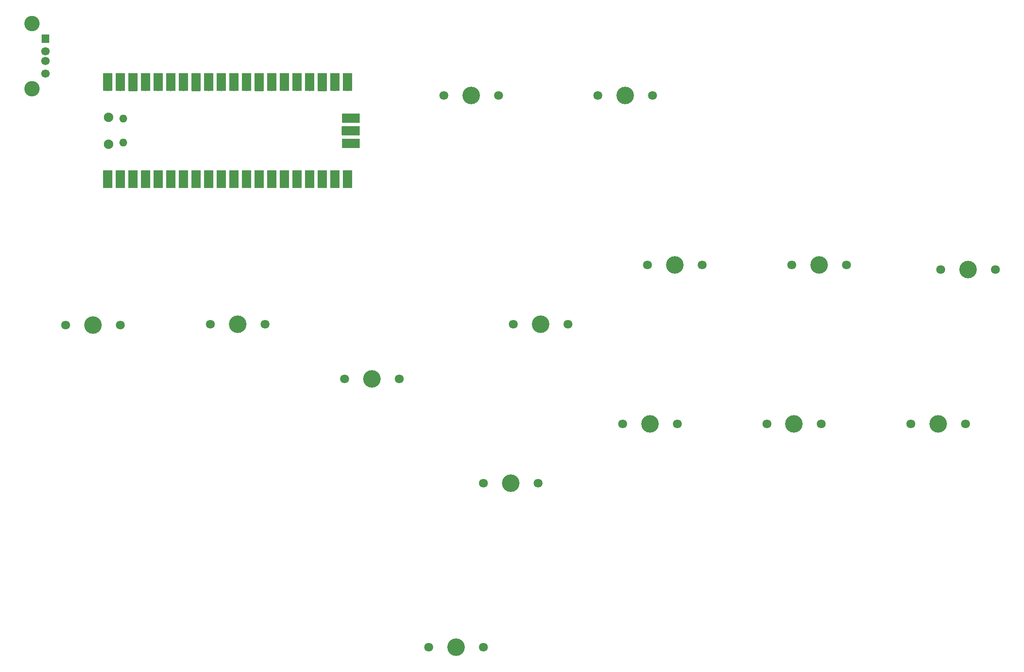
<source format=gbr>
%TF.GenerationSoftware,KiCad,Pcbnew,8.0.5*%
%TF.CreationDate,2024-12-27T20:29:11-05:00*%
%TF.ProjectId,with_usb_wired_v1,77697468-5f75-4736-925f-77697265645f,v1.0.0*%
%TF.SameCoordinates,Original*%
%TF.FileFunction,Soldermask,Top*%
%TF.FilePolarity,Negative*%
%FSLAX46Y46*%
G04 Gerber Fmt 4.6, Leading zero omitted, Abs format (unit mm)*
G04 Created by KiCad (PCBNEW 8.0.5) date 2024-12-27 20:29:11*
%MOMM*%
%LPD*%
G01*
G04 APERTURE LIST*
G04 Aperture macros list*
%AMRoundRect*
0 Rectangle with rounded corners*
0 $1 Rounding radius*
0 $2 $3 $4 $5 $6 $7 $8 $9 X,Y pos of 4 corners*
0 Add a 4 corners polygon primitive as box body*
4,1,4,$2,$3,$4,$5,$6,$7,$8,$9,$2,$3,0*
0 Add four circle primitives for the rounded corners*
1,1,$1+$1,$2,$3*
1,1,$1+$1,$4,$5*
1,1,$1+$1,$6,$7*
1,1,$1+$1,$8,$9*
0 Add four rect primitives between the rounded corners*
20,1,$1+$1,$2,$3,$4,$5,0*
20,1,$1+$1,$4,$5,$6,$7,0*
20,1,$1+$1,$6,$7,$8,$9,0*
20,1,$1+$1,$8,$9,$2,$3,0*%
G04 Aperture macros list end*
%ADD10RoundRect,0.050000X-0.750000X0.800000X-0.750000X-0.800000X0.750000X-0.800000X0.750000X0.800000X0*%
%ADD11C,1.700000*%
%ADD12C,3.100000*%
%ADD13C,1.801800*%
%ADD14C,3.529000*%
%ADD15O,1.900000X1.900000*%
%ADD16O,1.600000X1.600000*%
%ADD17O,1.800000X1.800000*%
%ADD18RoundRect,0.050000X0.850000X-1.750000X0.850000X1.750000X-0.850000X1.750000X-0.850000X-1.750000X0*%
%ADD19RoundRect,0.050000X0.850000X-0.850000X0.850000X0.850000X-0.850000X0.850000X-0.850000X-0.850000X0*%
%ADD20RoundRect,0.050000X1.750000X0.850000X-1.750000X0.850000X-1.750000X-0.850000X1.750000X-0.850000X0*%
G04 APERTURE END LIST*
D10*
%TO.C,REF\u002A\u002A*%
X131360000Y-86500000D03*
D11*
X131360000Y-89000000D03*
X131360000Y-91000000D03*
X131360000Y-93500000D03*
D12*
X128650000Y-83430000D03*
X128650000Y-96570000D03*
%TD*%
D13*
%TO.C,S11*%
X305500000Y-164000000D03*
D14*
X311000000Y-164000000D03*
D13*
X316500000Y-164000000D03*
%TD*%
%TO.C,S4*%
X208500000Y-209000000D03*
D14*
X214000000Y-209000000D03*
D13*
X219500000Y-209000000D03*
%TD*%
%TO.C,S7*%
X247500000Y-164000000D03*
D14*
X253000000Y-164000000D03*
D13*
X258500000Y-164000000D03*
%TD*%
%TO.C,S3*%
X191500000Y-155000000D03*
D14*
X197000000Y-155000000D03*
D13*
X202500000Y-155000000D03*
%TD*%
%TO.C,S10*%
X281500000Y-132000000D03*
D14*
X287000000Y-132000000D03*
D13*
X292500000Y-132000000D03*
%TD*%
%TO.C,S6*%
X225500000Y-144000000D03*
D14*
X231000000Y-144000000D03*
D13*
X236500000Y-144000000D03*
%TD*%
%TO.C,S9*%
X276500000Y-164000000D03*
D14*
X282000000Y-164000000D03*
D13*
X287500000Y-164000000D03*
%TD*%
D15*
%TO.C,REF\u002A\u002A*%
X144000000Y-107725000D03*
D16*
X147030000Y-107425000D03*
X147030000Y-102575000D03*
D15*
X144000000Y-102275000D03*
D17*
X143870000Y-113890000D03*
D18*
X143870000Y-114790000D03*
D17*
X146410000Y-113890000D03*
D18*
X146410000Y-114790000D03*
D19*
X148950000Y-113890000D03*
D18*
X148950000Y-114790000D03*
D17*
X151490000Y-113890000D03*
D18*
X151490000Y-114790000D03*
D17*
X154030000Y-113890000D03*
D18*
X154030000Y-114790000D03*
D17*
X156570000Y-113890000D03*
D18*
X156570000Y-114790000D03*
D17*
X159110000Y-113890000D03*
D18*
X159110000Y-114790000D03*
D19*
X161650000Y-113890000D03*
D18*
X161650000Y-114790000D03*
D17*
X164190000Y-113890000D03*
D18*
X164190000Y-114790000D03*
D17*
X166730000Y-113890000D03*
D18*
X166730000Y-114790000D03*
D17*
X169270000Y-113890000D03*
D18*
X169270000Y-114790000D03*
D17*
X171810000Y-113890000D03*
D18*
X171810000Y-114790000D03*
D19*
X174350000Y-113890000D03*
D18*
X174350000Y-114790000D03*
D17*
X176890000Y-113890000D03*
D18*
X176890000Y-114790000D03*
D17*
X179430000Y-113890000D03*
D18*
X179430000Y-114790000D03*
D17*
X181970000Y-113890000D03*
D18*
X181970000Y-114790000D03*
D17*
X184510000Y-113890000D03*
D18*
X184510000Y-114790000D03*
D19*
X187050000Y-113890000D03*
D18*
X187050000Y-114790000D03*
D17*
X189590000Y-113890000D03*
D18*
X189590000Y-114790000D03*
D17*
X192130000Y-113890000D03*
D18*
X192130000Y-114790000D03*
D17*
X192130000Y-96110000D03*
D18*
X192130000Y-95210000D03*
D17*
X189590000Y-96110000D03*
D18*
X189590000Y-95210000D03*
D19*
X187050000Y-96110000D03*
D18*
X187050000Y-95210000D03*
D17*
X184510000Y-96110000D03*
D18*
X184510000Y-95210000D03*
D17*
X181970000Y-96110000D03*
D18*
X181970000Y-95210000D03*
D17*
X179430000Y-96110000D03*
D18*
X179430000Y-95210000D03*
D17*
X176890000Y-96110000D03*
D18*
X176890000Y-95210000D03*
D19*
X174350000Y-96110000D03*
D18*
X174350000Y-95210000D03*
D17*
X171810000Y-96110000D03*
D18*
X171810000Y-95210000D03*
D17*
X169270000Y-96110000D03*
D18*
X169270000Y-95210000D03*
D17*
X166730000Y-96110000D03*
D18*
X166730000Y-95210000D03*
D17*
X164190000Y-96110000D03*
D18*
X164190000Y-95210000D03*
D19*
X161650000Y-96110000D03*
D18*
X161650000Y-95210000D03*
D17*
X159110000Y-96110000D03*
D18*
X159110000Y-95210000D03*
D17*
X156570000Y-96110000D03*
D18*
X156570000Y-95210000D03*
D17*
X154030000Y-96110000D03*
D18*
X154030000Y-95210000D03*
D17*
X151490000Y-96110000D03*
D18*
X151490000Y-95210000D03*
D19*
X148950000Y-96110000D03*
D18*
X148950000Y-95210000D03*
D17*
X146410000Y-96110000D03*
D18*
X146410000Y-95210000D03*
D17*
X143870000Y-96110000D03*
D18*
X143870000Y-95210000D03*
D17*
X191900000Y-107540000D03*
D20*
X192800000Y-107540000D03*
D19*
X191900000Y-105000000D03*
D20*
X192800000Y-105000000D03*
D17*
X191900000Y-102460000D03*
D20*
X192800000Y-102460000D03*
%TD*%
D13*
%TO.C,S2*%
X164500000Y-144000000D03*
D14*
X170000000Y-144000000D03*
D13*
X175500000Y-144000000D03*
%TD*%
%TO.C,S14*%
X242500000Y-97900000D03*
D14*
X248000000Y-97900000D03*
D13*
X253500000Y-97900000D03*
%TD*%
%TO.C,S12*%
X311500000Y-133000000D03*
D14*
X317000000Y-133000000D03*
D13*
X322500000Y-133000000D03*
%TD*%
%TO.C,S5*%
X219500000Y-176000000D03*
D14*
X225000000Y-176000000D03*
D13*
X230500000Y-176000000D03*
%TD*%
%TO.C,S13*%
X211500000Y-97900000D03*
D14*
X217000000Y-97900000D03*
D13*
X222500000Y-97900000D03*
%TD*%
%TO.C,S8*%
X252500000Y-132000000D03*
D14*
X258000000Y-132000000D03*
D13*
X263500000Y-132000000D03*
%TD*%
%TO.C,S1*%
X135431165Y-144107445D03*
D14*
X140931165Y-144107445D03*
D13*
X146431165Y-144107445D03*
%TD*%
M02*

</source>
